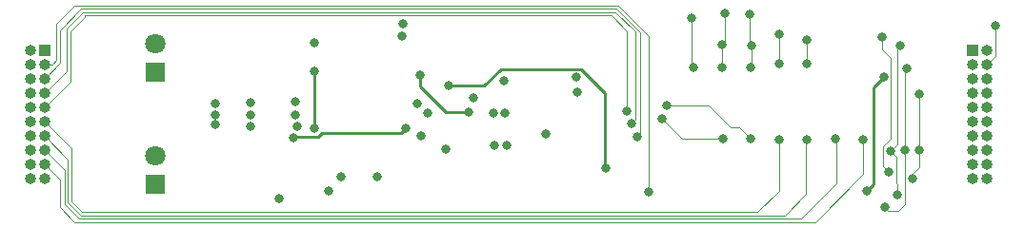
<source format=gbr>
%TF.GenerationSoftware,KiCad,Pcbnew,8.0.8+1*%
%TF.CreationDate,2025-01-23T15:05:36+01:00*%
%TF.ProjectId,IR-sensor,49522d73-656e-4736-9f72-2e6b69636164,rev?*%
%TF.SameCoordinates,Original*%
%TF.FileFunction,Copper,L4,Bot*%
%TF.FilePolarity,Positive*%
%FSLAX46Y46*%
G04 Gerber Fmt 4.6, Leading zero omitted, Abs format (unit mm)*
G04 Created by KiCad (PCBNEW 8.0.8+1) date 2025-01-23 15:05:36*
%MOMM*%
%LPD*%
G01*
G04 APERTURE LIST*
%TA.AperFunction,ComponentPad*%
%ADD10R,1.800000X1.800000*%
%TD*%
%TA.AperFunction,ComponentPad*%
%ADD11C,1.800000*%
%TD*%
%TA.AperFunction,ComponentPad*%
%ADD12R,1.000000X1.000000*%
%TD*%
%TA.AperFunction,ComponentPad*%
%ADD13O,1.000000X1.000000*%
%TD*%
%TA.AperFunction,ViaPad*%
%ADD14C,0.800000*%
%TD*%
%TA.AperFunction,Conductor*%
%ADD15C,0.250000*%
%TD*%
%TA.AperFunction,Conductor*%
%ADD16C,0.100000*%
%TD*%
G04 APERTURE END LIST*
D10*
%TO.P,D5,1,K*%
%TO.N,Net-(D5-K)*%
X63535000Y-56275000D03*
D11*
%TO.P,D5,2,A*%
%TO.N,GND*%
X63535000Y-53735000D03*
%TD*%
D10*
%TO.P,D6,1,K*%
%TO.N,Net-(D6-K)*%
X63535000Y-66275000D03*
D11*
%TO.P,D6,2,A*%
%TO.N,Net-(D6-A)*%
X63535000Y-63735000D03*
%TD*%
D12*
%TO.P,J3,1,Pin_1*%
%TO.N,+5V*%
X53700000Y-54285000D03*
D13*
%TO.P,J3,2,Pin_2*%
X52430000Y-54285000D03*
%TO.P,J3,3,Pin_3*%
%TO.N,/PWM_SEND*%
X53700000Y-55555000D03*
%TO.P,J3,4,Pin_4*%
%TO.N,/INDICATOR_OUT*%
X52430000Y-55555000D03*
%TO.P,J3,5,Pin_5*%
%TO.N,/PWM_RCV_1*%
X53700000Y-56825000D03*
%TO.P,J3,6,Pin_6*%
%TO.N,/DOG_1*%
X52430000Y-56825000D03*
%TO.P,J3,7,Pin_7*%
%TO.N,/PWM_RCV_2*%
X53700000Y-58095000D03*
%TO.P,J3,8,Pin_8*%
%TO.N,/DOG_2*%
X52430000Y-58095000D03*
%TO.P,J3,9,Pin_9*%
%TO.N,/PWM_RCV_3*%
X53700000Y-59365000D03*
%TO.P,J3,10,Pin_10*%
%TO.N,/DOG_3*%
X52430000Y-59365000D03*
%TO.P,J3,11,Pin_11*%
%TO.N,/PWM_RCV_4*%
X53700000Y-60635000D03*
%TO.P,J3,12,Pin_12*%
%TO.N,/DOG_4*%
X52430000Y-60635000D03*
%TO.P,J3,13,Pin_13*%
%TO.N,/PWM_RCV_5*%
X53700000Y-61905000D03*
%TO.P,J3,14,Pin_14*%
%TO.N,/DOG_5*%
X52430000Y-61905000D03*
%TO.P,J3,15,Pin_15*%
%TO.N,/PWM_RCV_6*%
X53700000Y-63175000D03*
%TO.P,J3,16,Pin_16*%
%TO.N,/DOG_6*%
X52430000Y-63175000D03*
%TO.P,J3,17,Pin_17*%
%TO.N,/PWM_RCV_7*%
X53700000Y-64445000D03*
%TO.P,J3,18,Pin_18*%
%TO.N,/DOG_7*%
X52430000Y-64445000D03*
%TO.P,J3,19,Pin_19*%
%TO.N,GND*%
X53700000Y-65715000D03*
%TO.P,J3,20,Pin_20*%
X52430000Y-65715000D03*
%TD*%
D12*
%TO.P,J2,1,Pin_1*%
%TO.N,+5V*%
X136225000Y-54285000D03*
D13*
%TO.P,J2,2,Pin_2*%
X137495000Y-54285000D03*
%TO.P,J2,3,Pin_3*%
%TO.N,/PWM_SEND*%
X136225000Y-55555000D03*
%TO.P,J2,4,Pin_4*%
%TO.N,/INDICATOR_IN*%
X137495000Y-55555000D03*
%TO.P,J2,5,Pin_5*%
%TO.N,/PWM_RCV_1*%
X136225000Y-56825000D03*
%TO.P,J2,6,Pin_6*%
%TO.N,/DOG_1*%
X137495000Y-56825000D03*
%TO.P,J2,7,Pin_7*%
%TO.N,/PWM_RCV_2*%
X136225000Y-58095000D03*
%TO.P,J2,8,Pin_8*%
%TO.N,/DOG_2*%
X137495000Y-58095000D03*
%TO.P,J2,9,Pin_9*%
%TO.N,/PWM_RCV_3*%
X136225000Y-59365000D03*
%TO.P,J2,10,Pin_10*%
%TO.N,/DOG_3*%
X137495000Y-59365000D03*
%TO.P,J2,11,Pin_11*%
%TO.N,/PWM_RCV_4*%
X136225000Y-60635000D03*
%TO.P,J2,12,Pin_12*%
%TO.N,/DOG_4*%
X137495000Y-60635000D03*
%TO.P,J2,13,Pin_13*%
%TO.N,/PWM_RCV_5*%
X136225000Y-61905000D03*
%TO.P,J2,14,Pin_14*%
%TO.N,/DOG_5*%
X137495000Y-61905000D03*
%TO.P,J2,15,Pin_15*%
%TO.N,/PWM_RCV_6*%
X136225000Y-63175000D03*
%TO.P,J2,16,Pin_16*%
%TO.N,/DOG_6*%
X137495000Y-63175000D03*
%TO.P,J2,17,Pin_17*%
%TO.N,/PWM_RCV_7*%
X136225000Y-64445000D03*
%TO.P,J2,18,Pin_18*%
%TO.N,/DOG_7*%
X137495000Y-64445000D03*
%TO.P,J2,19,Pin_19*%
%TO.N,GND*%
X136225000Y-65715000D03*
%TO.P,J2,20,Pin_20*%
X137495000Y-65715000D03*
%TD*%
D14*
%TO.N,Net-(U1C-+)*%
X85800000Y-61270000D03*
X75858973Y-62095252D03*
%TO.N,GND*%
X76000000Y-58900000D03*
X68875000Y-60035000D03*
X93668939Y-62791098D03*
X68875000Y-60935000D03*
X77700000Y-53600000D03*
X101000000Y-56700000D03*
X85500000Y-53000000D03*
X76146738Y-61085451D03*
X74560000Y-67550000D03*
X93600000Y-59900000D03*
X68925000Y-59045000D03*
X91800000Y-58555000D03*
X86824807Y-59057297D03*
X87180000Y-61960000D03*
X78970000Y-66870000D03*
X89420000Y-63100000D03*
X94580000Y-57020000D03*
X98308008Y-61768008D03*
%TO.N,Net-(U1B-+)*%
X77680000Y-56190000D03*
X77724448Y-61269751D03*
%TO.N,/PWM_SEND*%
X128300000Y-56700000D03*
X107400000Y-66900000D03*
X126800000Y-66800000D03*
%TO.N,/PWM_RCV*%
X89630000Y-57470000D03*
X103600000Y-64800000D03*
%TO.N,+2V5*%
X94781730Y-62774323D03*
X80040000Y-65585000D03*
X76026346Y-60042373D03*
%TO.N,+5V*%
X72055000Y-60045000D03*
X85564166Y-51951960D03*
X101100000Y-58000000D03*
X72045000Y-58955000D03*
X72045000Y-61055000D03*
%TO.N,Net-(Q2-D)*%
X91450000Y-59800000D03*
X87100000Y-56525000D03*
%TO.N,-2V5*%
X94670000Y-59930000D03*
X87800000Y-59925000D03*
X83260000Y-65530000D03*
%TO.N,/INDICATOR_IN*%
X138200000Y-52100000D03*
%TO.N,/PWM_RCV_1*%
X106400000Y-62000000D03*
%TO.N,/PWM_RCV_2*%
X105900000Y-60800000D03*
X108600000Y-60400000D03*
X114000000Y-62200000D03*
%TO.N,/DOG_7*%
X130900000Y-65700000D03*
X131500000Y-63200000D03*
X131500000Y-58200000D03*
%TO.N,/DOG_4*%
X128200000Y-53100000D03*
X119000000Y-55500000D03*
X119000000Y-52900000D03*
X128750000Y-65100000D03*
%TO.N,/DOG_5*%
X121500000Y-53350000D03*
X129500000Y-67200000D03*
X129800000Y-53900000D03*
X128925000Y-63300000D03*
X121500000Y-55500000D03*
%TO.N,/PWM_RCV_3*%
X116500000Y-62200000D03*
X109000000Y-59225000D03*
X105500000Y-59700000D03*
%TO.N,/PWM_RCV_6*%
X124000000Y-62200000D03*
%TO.N,/PWM_RCV_7*%
X126500000Y-62300000D03*
%TO.N,/PWM_RCV_5*%
X121500000Y-62300000D03*
%TO.N,/DOG_2*%
X113900000Y-53800000D03*
X113900000Y-55850000D03*
X114200000Y-51000000D03*
%TO.N,/PWM_RCV_4*%
X119000000Y-62300000D03*
%TO.N,/DOG_6*%
X128400000Y-68300000D03*
X130200000Y-63200000D03*
X130400000Y-55900000D03*
%TO.N,/DOG_3*%
X116500000Y-55850000D03*
X116600000Y-53850000D03*
X116390380Y-51090380D03*
%TO.N,/DOG_1*%
X111400000Y-55800000D03*
X111200000Y-51400000D03*
%TD*%
D15*
%TO.N,Net-(U1C-+)*%
X78045464Y-62044751D02*
X75909474Y-62044751D01*
X78390215Y-61700000D02*
X78045464Y-62044751D01*
X85370000Y-61700000D02*
X78390215Y-61700000D01*
X75909474Y-62044751D02*
X75858973Y-62095252D01*
X85800000Y-61270000D02*
X85370000Y-61700000D01*
%TO.N,Net-(U1B-+)*%
X77724448Y-61269751D02*
X77724448Y-56234448D01*
X77724448Y-56234448D02*
X77680000Y-56190000D01*
D16*
%TO.N,/PWM_SEND*%
X107400000Y-53000000D02*
X104700000Y-50300000D01*
D15*
X126800000Y-66800000D02*
X127400000Y-66200000D01*
X127400000Y-66200000D02*
X127400000Y-57600000D01*
D16*
X107400000Y-66900000D02*
X107400000Y-53000000D01*
X54407106Y-55555000D02*
X53700000Y-55555000D01*
X54800000Y-55162106D02*
X54407106Y-55555000D01*
X56400000Y-50300000D02*
X54800000Y-51900000D01*
X104700000Y-50300000D02*
X56400000Y-50300000D01*
D15*
X127400000Y-57600000D02*
X128300000Y-56700000D01*
D16*
X54800000Y-51900000D02*
X54800000Y-55162106D01*
D15*
%TO.N,/PWM_RCV*%
X103500000Y-58100000D02*
X101375000Y-55975000D01*
X92800000Y-57470000D02*
X89630000Y-57470000D01*
X101375000Y-55975000D02*
X94295000Y-55975000D01*
X103600000Y-64800000D02*
X103500000Y-64700000D01*
X94295000Y-55975000D02*
X92800000Y-57470000D01*
X103500000Y-64700000D02*
X103500000Y-58100000D01*
%TO.N,Net-(Q2-D)*%
X87100000Y-57550000D02*
X89350000Y-59800000D01*
X87100000Y-56525000D02*
X87100000Y-57550000D01*
X89350000Y-59800000D02*
X91450000Y-59800000D01*
D16*
%TO.N,/INDICATOR_IN*%
X137495000Y-55555000D02*
X138245000Y-54805000D01*
X138245000Y-52145000D02*
X138200000Y-52100000D01*
X138245000Y-54805000D02*
X138245000Y-52145000D01*
%TO.N,/PWM_RCV_1*%
X55100000Y-55425000D02*
X53700000Y-56825000D01*
X57000000Y-50600000D02*
X55100000Y-52500000D01*
X104575736Y-50600000D02*
X57000000Y-50600000D01*
X106700000Y-61700000D02*
X106700000Y-52724264D01*
X106700000Y-52724264D02*
X104575736Y-50600000D01*
X55100000Y-52500000D02*
X55100000Y-55425000D01*
X106400000Y-62000000D02*
X106700000Y-61700000D01*
%TO.N,/PWM_RCV_2*%
X55662132Y-52362132D02*
X55662132Y-56132868D01*
X106200000Y-60500000D02*
X106200000Y-52648528D01*
X105900000Y-60800000D02*
X106200000Y-60500000D01*
X106200000Y-52648528D02*
X104451472Y-50900000D01*
X108600000Y-60400000D02*
X110400000Y-62200000D01*
X110400000Y-62200000D02*
X114000000Y-62200000D01*
X57124264Y-50900000D02*
X55662132Y-52362132D01*
X55662132Y-56132868D02*
X53700000Y-58095000D01*
X104451472Y-50900000D02*
X57124264Y-50900000D01*
%TO.N,/DOG_7*%
X131500000Y-64700000D02*
X131500000Y-63200000D01*
X130900000Y-65700000D02*
X130900000Y-65300000D01*
X130900000Y-65300000D02*
X131500000Y-64700000D01*
X131500000Y-63200000D02*
X131500000Y-58200000D01*
%TO.N,/DOG_4*%
X128275000Y-64625000D02*
X128275000Y-62825000D01*
X128200000Y-54240687D02*
X128200000Y-53100000D01*
X128275000Y-62825000D02*
X128950000Y-62150000D01*
X119000000Y-55500000D02*
X119000000Y-52900000D01*
X128950000Y-54990687D02*
X128200000Y-54240687D01*
X128750000Y-65100000D02*
X128275000Y-64625000D01*
X128950000Y-62150000D02*
X128950000Y-54990687D01*
%TO.N,/DOG_5*%
X129400000Y-66144239D02*
X129400000Y-63775000D01*
X129800000Y-53900000D02*
X129500000Y-54200000D01*
X129400000Y-63775000D02*
X128925000Y-63300000D01*
X129500000Y-67200000D02*
X129500000Y-66244239D01*
X121500000Y-55500000D02*
X121500000Y-53500000D01*
X129500000Y-54200000D02*
X129500000Y-62725000D01*
X129500000Y-62725000D02*
X128925000Y-63300000D01*
X129500000Y-66244239D02*
X129400000Y-66144239D01*
X121500000Y-53500000D02*
X121500000Y-53350000D01*
%TO.N,/PWM_RCV_3*%
X105500000Y-52600000D02*
X104100000Y-51200000D01*
X57300000Y-51200000D02*
X57300000Y-51300000D01*
X104100000Y-51200000D02*
X57300000Y-51200000D01*
X112725000Y-59225000D02*
X114700000Y-61200000D01*
X57300000Y-51300000D02*
X56000000Y-52600000D01*
X114700000Y-61200000D02*
X115500000Y-61200000D01*
X105500000Y-59700000D02*
X105500000Y-52600000D01*
X109000000Y-59225000D02*
X112725000Y-59225000D01*
X56000000Y-57065000D02*
X53700000Y-59365000D01*
X56000000Y-52600000D02*
X56000000Y-57065000D01*
X115500000Y-61200000D02*
X116500000Y-62200000D01*
%TO.N,/PWM_RCV_6*%
X124100000Y-62300000D02*
X124100000Y-66150000D01*
X120950000Y-69300000D02*
X56800000Y-69300000D01*
X124000000Y-62200000D02*
X124100000Y-62300000D01*
X55500000Y-68000000D02*
X55500000Y-64975000D01*
X55500000Y-64975000D02*
X53700000Y-63175000D01*
X124100000Y-66150000D02*
X120950000Y-69300000D01*
X56800000Y-69300000D02*
X55500000Y-68000000D01*
%TO.N,/PWM_RCV_7*%
X122200000Y-69600000D02*
X56400000Y-69600000D01*
X55100000Y-68300000D02*
X55100000Y-65845000D01*
X56400000Y-69600000D02*
X55100000Y-68300000D01*
X126500000Y-65300000D02*
X122200000Y-69600000D01*
X55100000Y-65845000D02*
X53700000Y-64445000D01*
X126500000Y-62300000D02*
X126500000Y-65300000D01*
%TO.N,/PWM_RCV_5*%
X55800000Y-67875736D02*
X55800000Y-64005000D01*
X121400000Y-62400000D02*
X121400000Y-67100000D01*
X119500000Y-69000000D02*
X56924264Y-69000000D01*
X121500000Y-62300000D02*
X121400000Y-62400000D01*
X55800000Y-64005000D02*
X53700000Y-61905000D01*
X121400000Y-67100000D02*
X119500000Y-69000000D01*
X56924264Y-69000000D02*
X55800000Y-67875736D01*
%TO.N,/DOG_2*%
X113900000Y-53800000D02*
X113900000Y-55850000D01*
X114200000Y-51000000D02*
X114200000Y-53500000D01*
X114200000Y-53500000D02*
X113900000Y-53800000D01*
%TO.N,/PWM_RCV_4*%
X56100000Y-67751472D02*
X56100000Y-63035000D01*
X119000000Y-62300000D02*
X119000000Y-66800000D01*
X57048528Y-68700000D02*
X56100000Y-67751472D01*
X117100000Y-68700000D02*
X57048528Y-68700000D01*
X119000000Y-66800000D02*
X117100000Y-68700000D01*
X56100000Y-63035000D02*
X53700000Y-60635000D01*
%TO.N,/DOG_6*%
X130200000Y-56100000D02*
X130400000Y-55900000D01*
X129626575Y-68573425D02*
X130200000Y-68000000D01*
X130200000Y-63200000D02*
X130200000Y-56100000D01*
X130200000Y-68000000D02*
X130200000Y-63200000D01*
X128673425Y-68573425D02*
X129626575Y-68573425D01*
X128400000Y-68300000D02*
X128673425Y-68573425D01*
%TO.N,/DOG_3*%
X116600000Y-55750000D02*
X116500000Y-55850000D01*
X116600000Y-53850000D02*
X116600000Y-55750000D01*
X116600000Y-53850000D02*
X116390380Y-53640380D01*
X116390380Y-53640380D02*
X116390380Y-51090380D01*
%TO.N,/DOG_1*%
X111200000Y-55600000D02*
X111400000Y-55800000D01*
X111200000Y-51400000D02*
X111200000Y-55600000D01*
%TD*%
M02*

</source>
